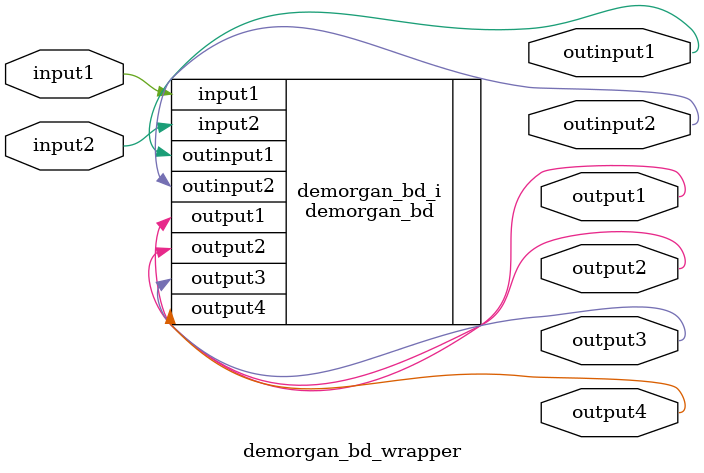
<source format=v>
`timescale 1 ps / 1 ps

module demorgan_bd_wrapper
   (input1,
    input2,
    outinput1,
    outinput2,
    output1,
    output2,
    output3,
    output4);
  input input1;
  input input2;
  output outinput1;
  output outinput2;
  output [0:0]output1;
  output [0:0]output2;
  output [0:0]output3;
  output [0:0]output4;

  wire input1;
  wire input2;
  wire outinput1;
  wire outinput2;
  wire [0:0]output1;
  wire [0:0]output2;
  wire [0:0]output3;
  wire [0:0]output4;

  demorgan_bd demorgan_bd_i
       (.input1(input1),
        .input2(input2),
        .outinput1(outinput1),
        .outinput2(outinput2),
        .output1(output1),
        .output2(output2),
        .output3(output3),
        .output4(output4));
endmodule

</source>
